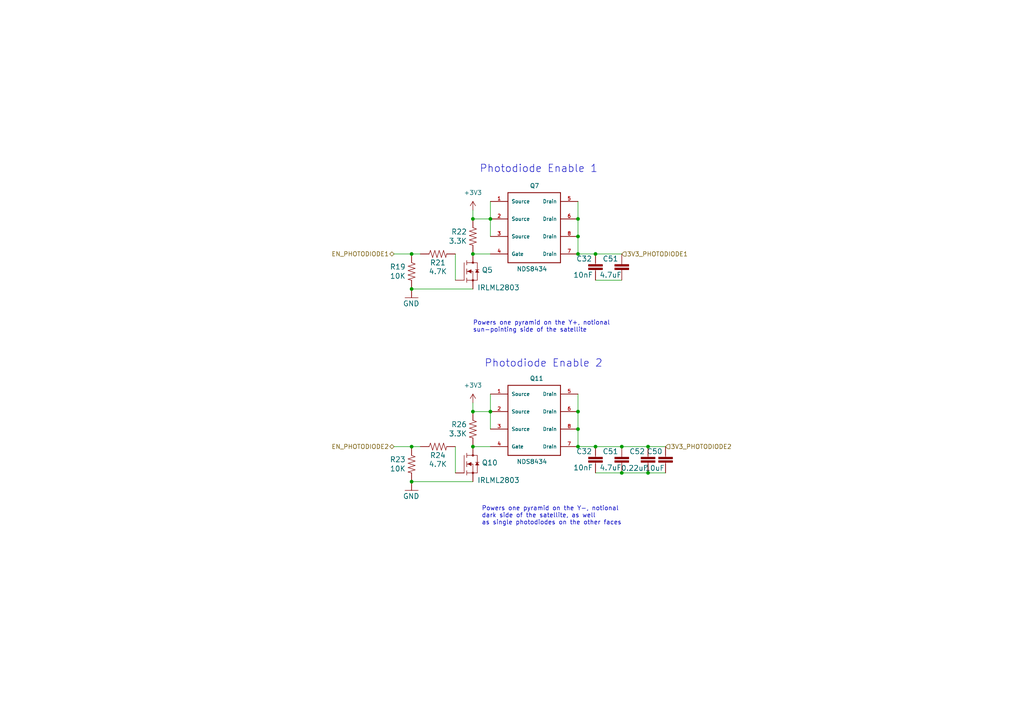
<source format=kicad_sch>
(kicad_sch (version 20230121) (generator eeschema)
  (paper "A4")
  (lib_symbols
    (symbol "mainboard:GND" (power) (pin_names (offset 1.016))
      (property "Value" "GND" (at -2.54 -2.54 0))
      (symbol "GND_1_0"
        (polyline (pts (xy -1.905 0) (xy 1.905 0)))
        (pin power_in line (at 0 2.54 270) (length 2.54) (name "GND") (number "1"))
      )
    )
    (symbol "mainboard:IRLML2803TRPBF" (pin_names (offset 1.016))
      (property "Reference" "Q" (at -11.43 1.27 0))
      (property "Value" "IRLML2803TRPBF" (at -11.43 3.81 0))
      (symbol "IRLML2803TRPBF_1_0"
        (polyline (pts (xy 0 2.54) (xy 0 -2.54)))
        (polyline (pts (xy 0.762 -2.54) (xy 0.762 -3.175)))
        (polyline (pts (xy 0.762 -1.905) (xy 0.762 -2.54)))
        (polyline (pts (xy 0.762 0) (xy 0.762 -0.762)))
        (polyline (pts (xy 0.762 0) (xy 2.54 0)))
        (polyline (pts (xy 0.762 0.762) (xy 0.762 0)))
        (polyline (pts (xy 0.762 2.54) (xy 0.762 1.905)))
        (polyline (pts (xy 0.762 2.54) (xy 3.81 2.54)))
        (polyline (pts (xy 0.762 3.175) (xy 0.762 2.54)))
        (polyline (pts (xy 2.54 -2.54) (xy 0.762 -2.54)))
        (polyline (pts (xy 2.54 -2.54) (xy 3.81 -2.54)))
        (polyline (pts (xy 2.54 0) (xy 2.54 -2.54)))
        (polyline (pts (xy 3.302 0.508) (xy 3.81 0.508)))
        (polyline (pts (xy 3.81 -0.508) (xy 3.81 -2.54)))
        (polyline (pts (xy 3.81 0.508) (xy 3.81 -0.508)))
        (polyline (pts (xy 3.81 0.508) (xy 4.318 0.508)))
        (polyline (pts (xy 3.81 2.54) (xy 3.81 0.508)))
        (polyline (pts (xy 1.016 0) (xy 2.032 0.508) (xy 2.032 -0.508)) (fill (type outline)))
        (polyline (pts (xy 3.81 0.508) (xy 3.302 -0.254) (xy 4.318 -0.254)) (fill (type outline)))
        (circle (center 2.54 -2.54) (radius 0.254))
        (circle (center 2.54 2.54) (radius 0.254))
        (pin passive line (at -2.54 -2.54 0) (length 2.54) (name "G") (number "1"))
        (pin passive line (at 2.54 -5.08 90) (length 2.54) (name "S") (number "2"))
        (pin passive line (at 2.54 5.08 270) (length 2.54) (name "D") (number "3"))
      )
    )
    (symbol "mainboard:NDS8434" (pin_names (offset 1.016))
      (symbol "NDS8434_0_0"
        (polyline (pts (xy -7.62 -10.16) (xy -7.62 10.16)) (stroke (width 0.254)))
        (polyline (pts (xy -7.62 10.16) (xy 7.62 10.16)) (stroke (width 0.254)))
        (polyline (pts (xy 7.62 -10.16) (xy -7.62 -10.16)) (stroke (width 0.254)))
        (polyline (pts (xy 7.62 10.16) (xy 7.62 -10.16)) (stroke (width 0.254)))
        (pin bidirectional line (at -12.7 7.62 0) (length 5.08) (name "Source") (number "1"))
        (pin bidirectional line (at -12.7 2.54 0) (length 5.08) (name "Source") (number "2"))
        (pin bidirectional line (at -12.7 -2.54 0) (length 5.08) (name "Source") (number "3"))
        (pin bidirectional line (at -12.7 -7.62 0) (length 5.08) (name "Gate") (number "4"))
        (pin bidirectional line (at 12.7 7.62 180) (length 5.08) (name "Drain") (number "5"))
        (pin bidirectional line (at 12.7 2.54 180) (length 5.08) (name "Drain") (number "6"))
        (pin bidirectional line (at 12.7 -7.62 180) (length 5.08) (name "Drain") (number "7"))
        (pin bidirectional line (at 12.7 -2.54 180) (length 5.08) (name "Drain") (number "8"))
      )
    )
    (symbol "mainboard:R-US_R0603" (pin_names (offset 1.016))
      (property "Reference" "R" (at -3.81 1.4986 0))
      (property "Value" "R-US_R0603" (at -3.81 -3.302 0))
      (symbol "R-US_R0603_1_0"
        (polyline (pts (xy -2.54 0) (xy -2.159 1.016)))
        (polyline (pts (xy -2.159 1.016) (xy -1.524 -1.016)))
        (polyline (pts (xy -1.524 -1.016) (xy -0.889 1.016)))
        (polyline (pts (xy -0.889 1.016) (xy -0.254 -1.016)))
        (polyline (pts (xy -0.254 -1.016) (xy 0.381 1.016)))
        (polyline (pts (xy 0.381 1.016) (xy 1.016 -1.016)))
        (polyline (pts (xy 1.016 -1.016) (xy 1.651 1.016)))
        (polyline (pts (xy 1.651 1.016) (xy 2.286 -1.016)))
        (polyline (pts (xy 2.286 -1.016) (xy 2.54 0)))
        (pin passive line (at -5.08 0 0) (length 2.54) (name "1") (number "1"))
        (pin passive line (at 5.08 0 180) (length 2.54) (name "2") (number "2"))
      )
    )
    (symbol "power:+3V3" (power) (pin_names (offset 0))
      (property "Value" "+3V3" (at 0 3.556 0))
      (symbol "+3V3_0_1"
        (polyline (pts (xy -0.762 1.27) (xy 0 2.54)))
        (polyline (pts (xy 0 0) (xy 0 2.54)))
        (polyline (pts (xy 0 2.54) (xy 0.762 1.27)))
      )
      (symbol "+3V3_1_1"
        (pin power_in line (at 0 0 90) (length 0) hide (name "+3V3") (number "1"))
      )
    )
    (symbol "pycubed_mainboard:10NF_10000PF-50V-10%(0603)" (pin_names (offset 1.016))
      (property "Reference" "C" (at 1.524 2.921 0))
      (property "Value" "10NF_10000PF-50V-10%(0603)" (at 1.524 -2.159 0))
      (symbol "10NF_10000PF-50V-10%(0603)_1_0"
        (rectangle (start -2.032 0.508) (end 2.032 1.016) (fill (type outline)))
        (rectangle (start -2.032 1.524) (end 2.032 2.032) (fill (type outline)))
        (polyline (pts (xy 0 0) (xy 0 0.508)))
        (polyline (pts (xy 0 2.54) (xy 0 2.032)))
        (pin passive line (at 0 5.08 270) (length 2.54) (name "1") (number "1"))
        (pin passive line (at 0 -2.54 90) (length 2.54) (name "2") (number "2"))
      )
    )
  )
  (junction (at 167.64 68.58))
  (junction (at 142.24 119.38))
  (junction (at 187.96 137.16))
  (junction (at 167.64 119.38))
  (junction (at 142.24 63.5))
  (junction (at 180.34 137.16))
  (junction (at 187.96 129.54))
  (junction (at 172.72 129.54))
  (junction (at 180.34 129.54))
  (junction (at 119.38 73.66))
  (junction (at 137.16 73.66))
  (junction (at 172.72 73.66))
  (junction (at 119.38 83.82))
  (junction (at 119.38 129.54))
  (junction (at 167.64 129.54))
  (junction (at 167.64 124.46))
  (junction (at 167.64 73.66))
  (junction (at 137.16 129.54))
  (junction (at 137.16 63.5))
  (junction (at 167.64 63.5))
  (junction (at 137.16 119.38))
  (junction (at 119.38 139.7))
  (wire (pts (xy 187.96 137.16) (xy 193.04 137.16)))
  (wire (pts (xy 137.16 63.5) (xy 137.16 60.96)))
  (wire (pts (xy 121.92 129.54) (xy 119.38 129.54)))
  (wire (pts (xy 167.64 129.54) (xy 172.72 129.54)))
  (wire (pts (xy 142.24 63.5) (xy 142.24 58.42)))
  (wire (pts (xy 121.92 73.66) (xy 119.38 73.66)))
  (wire (pts (xy 197.3326 73.6346) (xy 197.2564 73.6346)))
  (wire (pts (xy 172.72 129.54) (xy 180.34 129.54)))
  (wire (pts (xy 197.3326 73.6346) (xy 197.3326 73.66)))
  (wire (pts (xy 167.64 119.38) (xy 167.64 124.46)))
  (wire (pts (xy 180.34 129.54) (xy 187.96 129.54)))
  (wire (pts (xy 119.38 73.66) (xy 114.3 73.66)))
  (wire (pts (xy 142.24 119.38) (xy 142.24 114.3)))
  (wire (pts (xy 172.72 73.66) (xy 180.34 73.66)))
  (wire (pts (xy 142.24 124.46) (xy 142.24 119.38)))
  (wire (pts (xy 167.64 73.66) (xy 172.72 73.66)))
  (wire (pts (xy 180.34 137.16) (xy 187.96 137.16)))
  (wire (pts (xy 142.24 63.5) (xy 137.16 63.5)))
  (wire (pts (xy 167.64 124.46) (xy 167.64 129.54)))
  (wire (pts (xy 142.24 129.54) (xy 137.16 129.54)))
  (wire (pts (xy 137.16 139.7) (xy 119.38 139.7)))
  (wire (pts (xy 137.16 83.82) (xy 119.38 83.82)))
  (wire (pts (xy 187.96 129.54) (xy 193.04 129.54)))
  (wire (pts (xy 167.64 58.42) (xy 167.64 63.5)))
  (wire (pts (xy 119.38 129.54) (xy 114.3 129.54)))
  (wire (pts (xy 142.24 68.58) (xy 142.24 63.5)))
  (wire (pts (xy 137.16 119.38) (xy 137.16 116.84)))
  (wire (pts (xy 172.72 137.16) (xy 180.34 137.16)))
  (wire (pts (xy 167.64 68.58) (xy 167.64 73.66)))
  (wire (pts (xy 167.64 114.3) (xy 167.64 119.38)))
  (wire (pts (xy 167.64 63.5) (xy 167.64 68.58)))
  (wire (pts (xy 142.24 119.38) (xy 137.16 119.38)))
  (wire (pts (xy 132.08 137.16) (xy 132.08 129.54)))
  (wire (pts (xy 132.08 81.28) (xy 132.08 73.66)))
  (wire (pts (xy 142.24 73.66) (xy 137.16 73.66)))
  (wire (pts (xy 172.72 81.28) (xy 180.34 81.28)))
  (text "Photodiode Enable 1" (at 139.065 50.292 0) (effects (font (size 2.159 2.159)) (justify left bottom)))
  (text "Powers one pyramid on the Y+, notional\nsun-pointing side of the satellite\n" (at 137.16 96.52 0) (effects (font (size 1.27 1.27)) (justify left bottom)))
  (text "Photodiode Enable 2" (at 140.4874 106.7308 0) (effects (font (size 2.159 2.159)) (justify left bottom)))
  (text "Powers one pyramid on the Y-, notional \ndark side of the satellite, as well\nas single photodiodes on the other faces\n" (at 139.7 152.4 0) (effects (font (size 1.27 1.27)) (justify left bottom)))
  (hierarchical_label "EN_PHOTODIODE2" (shape bidirectional) (at 114.3 129.54 180))
  (hierarchical_label "3V3_PHOTODIODE2" (shape input) (at 193.04 129.54 0))
  (hierarchical_label "EN_PHOTODIODE1" (shape bidirectional) (at 114.3 73.66 180))
  (hierarchical_label "3V3_PHOTODIODE1" (shape input) (at 180.34 73.6854 0))
  (symbol (lib_id "mainboard:R-US_R0603") (at 127 129.54 0) (unit 1)
    (property "Reference" "R24" (at 127 132.08 0) (effects (font (size 1.4986 1.4986))))
    (property "Value" "4.7K" (at 127 134.62 0) (effects (font (size 1.4986 1.4986))))
    (property "Footprint" "Resistor_SMD:R_0603_1608Metric" (effects hide))
    (property "Description" "4.7K 0603" (effects hide))
    (instances (project "adcs-hardware" (path "" (reference "R24") (unit 1))) (project "mainboard" (path "" (reference "R22") (unit 1))))
  )
  (symbol (lib_id "mainboard:NDS8434") (at 154.94 121.92 0) (unit 1)
    (property "Reference" "Q11" (at 153.67 110.49 0) (effects (justify left bottom)))
    (property "Value" "NDS8434" (at 149.86 134.62 0) (effects (justify left bottom)))
    (property "Footprint" "mainboard:NDS8434" (effects hide))
    (property "Datasheet" "https://www.onsemi.com/pdf/datasheet/nds8434-d.pdf" (effects hide))
    (property "Description" "P-Channel MOSFET" (effects hide))
    (property "Flight" "NDS8434" (effects hide))
    (property "Manufacturer_Name" "ON Semiconductor" (effects hide))
    (property "Manufacturer_Part_Number" "NDS8434" (effects hide))
    (property "Proto" "DMP2022LSS-13" (effects hide))
    (instances (project "adcs-hardware" (path "" (reference "Q11") (unit 1))) (project "mainboard" (path "" (reference "Q22") (unit 1))))
  )
  (symbol (lib_id "pycubed_mainboard:10NF_10000PF-50V-10%(0603)") (at 172.72 134.62 0) (unit 1)
    (property "Reference" "C32" (at 167.132 130.937 0) (effects (font (size 1.4986 1.4986)) (justify left)))
    (property "Value" "10nF" (at 166.243 135.636 0) (effects (font (size 1.4986 1.4986)) (justify left)))
    (instances (project "adcs-hardware" (path "" (reference "C32") (unit 1)) (path "" (reference "C43") (unit 1))))
  )
  (symbol (lib_id "mainboard:R-US_R0603") (at 119.38 78.74 270) (unit 1)
    (property "Reference" "R19" (at 117.6782 77.3938 90) (effects (font (size 1.4986 1.4986)) (justify right)))
    (property "Value" "10K" (at 117.6782 80.0608 90) (effects (font (size 1.4986 1.4986)) (justify right)))
    (property "Footprint" "Resistor_SMD:R_0603_1608Metric" (effects hide))
    (property "Description" "10K 0603" (effects hide))
    (instances (project "adcs-hardware" (path "" (reference "R19") (unit 1))) (project "mainboard" (path "" (reference "R21") (unit 1))))
  )
  (symbol (lib_id "mainboard:NDS8434") (at 154.94 66.04 0) (unit 1)
    (property "Reference" "Q7" (at 153.67 54.61 0) (effects (justify left bottom)))
    (property "Value" "NDS8434" (at 149.86 78.74 0) (effects (justify left bottom)))
    (property "Footprint" "mainboard:NDS8434" (effects hide))
    (property "Datasheet" "https://www.onsemi.com/pdf/datasheet/nds8434-d.pdf" (effects hide))
    (property "Description" "P-Channel MOSFET" (effects hide))
    (property "Flight" "NDS8434" (effects hide))
    (property "Manufacturer_Name" "ON Semiconductor" (effects hide))
    (property "Manufacturer_Part_Number" "NDS8434" (effects hide))
    (property "Proto" "DMP2022LSS-13" (effects hide))
    (instances (project "adcs-hardware" (path "" (reference "Q7") (unit 1))) (project "mainboard" (path "" (reference "Q22") (unit 1))))
  )
  (symbol (lib_id "mainboard:R-US_R0603") (at 137.16 68.58 270) (unit 1)
    (property "Reference" "R22" (at 135.4582 67.2338 90) (effects (font (size 1.4986 1.4986)) (justify right)))
    (property "Value" "3.3K" (at 135.4582 69.9008 90) (effects (font (size 1.4986 1.4986)) (justify right)))
    (property "Footprint" "Resistor_SMD:R_0603_1608Metric" (effects hide))
    (property "Description" "3.3K 0603" (effects hide))
    (instances (project "adcs-hardware" (path "" (reference "R22") (unit 1))) (project "mainboard" (path "" (reference "R23") (unit 1))))
  )
  (symbol (lib_id "pycubed_mainboard:10NF_10000PF-50V-10%(0603)") (at 180.34 78.74 0) (unit 1)
    (property "Reference" "C51" (at 174.752 75.057 0) (effects (font (size 1.4986 1.4986)) (justify left)))
    (property "Value" "4.7uF" (at 173.863 79.756 0) (effects (font (size 1.4986 1.4986)) (justify left)))
    (instances (project "adcs-hardware" (path "" (reference "C51") (unit 1)) (path "" (reference "C40") (unit 1))))
  )
  (symbol (lib_id "power:+3V3") (at 137.16 116.84 0) (unit 1)
    (property "Reference" "#PWR046" (effects hide))
    (property "Value" "+3V3" (at 137.16 111.76 0))
  )
  (symbol (lib_id "pycubed_mainboard:10NF_10000PF-50V-10%(0603)") (at 187.96 134.62 0) (unit 1)
    (property "Reference" "C52" (at 182.499 130.937 0) (effects (font (size 1.4986 1.4986)) (justify left)))
    (property "Value" "0.22uF" (at 180.086 135.763 0) (effects (font (size 1.4986 1.4986)) (justify left)))
    (instances (project "adcs-hardware" (path "" (reference "C52") (unit 1)) (path "" (reference "C45") (unit 1))))
  )
  (symbol (lib_id "mainboard:IRLML2803TRPBF") (at 134.62 134.62 0) (unit 1)
    (property "Reference" "Q10" (at 139.7 133.35 0) (effects (font (size 1.4986 1.4986)) (justify left top)))
    (property "Value" "IRLML2803" (at 138.43 138.43 0) (effects (font (size 1.4986 1.4986)) (justify left top)))
    (property "Footprint" "mainboard:SOT-23" (effects hide))
    (property "Datasheet" "https://www.infineon.com/dgdl/irlml2803pbf.pdf?fileId=5546d462533600a4015356682aff260f" (effects hide))
    (property "Description" "Single N-Channel MOSFET" (effects hide))
    (property "Flight" "IRLML2803" (effects hide))
    (property "Manufacturer_Name" "Infineon Technologies" (effects hide))
    (property "Manufacturer_Part_Number" "IRLML2803TRPbF" (effects hide))
    (property "Proto" "2302" (effects hide))
    (instances (project "adcs-hardware" (path "" (reference "Q10") (unit 1))) (project "mainboard" (path "" (reference "Q1") (unit 1))))
  )
  (symbol (lib_id "mainboard:GND") (at 119.38 142.24 0) (unit 1)
    (property "Reference" "#GND019" (effects hide))
    (property "Value" "GND" (at 116.84 144.78 0) (effects (font (size 1.4986 1.4986)) (justify left bottom)))
    (instances (project "adcs-hardware" (path "" (reference "#GND019") (unit 1))) (project "mainboard" (path "" (reference "#GND020") (unit 1))))
  )
  (symbol (lib_id "mainboard:R-US_R0603") (at 137.16 124.46 270) (unit 1)
    (property "Reference" "R26" (at 135.4582 123.1138 90) (effects (font (size 1.4986 1.4986)) (justify right)))
    (property "Value" "3.3K" (at 135.4582 125.7808 90) (effects (font (size 1.4986 1.4986)) (justify right)))
    (property "Footprint" "Resistor_SMD:R_0603_1608Metric" (effects hide))
    (property "Description" "3.3K 0603" (effects hide))
    (instances (project "adcs-hardware" (path "" (reference "R26") (unit 1))) (project "mainboard" (path "" (reference "R23") (unit 1))))
  )
  (symbol (lib_id "mainboard:R-US_R0603") (at 127 73.66 0) (unit 1)
    (property "Reference" "R21" (at 127 76.2 0) (effects (font (size 1.4986 1.4986))))
    (property "Value" "4.7K" (at 127 78.74 0) (effects (font (size 1.4986 1.4986))))
    (property "Footprint" "Resistor_SMD:R_0603_1608Metric" (effects hide))
    (property "Description" "4.7K 0603" (effects hide))
    (instances (project "adcs-hardware" (path "" (reference "R21") (unit 1))) (project "mainboard" (path "" (reference "R22") (unit 1))))
  )
  (symbol (lib_id "pycubed_mainboard:10NF_10000PF-50V-10%(0603)") (at 193.04 134.62 0) (unit 1)
    (property "Reference" "C50" (at 187.579 130.937 0) (effects (font (size 1.4986 1.4986)) (justify left)))
    (property "Value" "10uF" (at 187.071 135.763 0) (effects (font (size 1.4986 1.4986)) (justify left)))
    (instances (project "adcs-hardware" (path "" (reference "C50") (unit 1)) (path "" (reference "C46") (unit 1))))
  )
  (symbol (lib_id "mainboard:GND") (at 119.38 86.36 0) (unit 1)
    (property "Reference" "#GND014" (effects hide))
    (property "Value" "GND" (at 116.84 88.9 0) (effects (font (size 1.4986 1.4986)) (justify left bottom)))
    (instances (project "adcs-hardware" (path "" (reference "#GND014") (unit 1))) (project "mainboard" (path "" (reference "#GND020") (unit 1))))
  )
  (symbol (lib_id "pycubed_mainboard:10NF_10000PF-50V-10%(0603)") (at 180.34 134.62 0) (unit 1)
    (property "Reference" "C51" (at 174.752 130.937 0) (effects (font (size 1.4986 1.4986)) (justify left)))
    (property "Value" "4.7uF" (at 173.863 135.636 0) (effects (font (size 1.4986 1.4986)) (justify left)))
    (instances (project "adcs-hardware" (path "" (reference "C51") (unit 1)) (path "" (reference "C44") (unit 1))))
  )
  (symbol (lib_id "pycubed_mainboard:10NF_10000PF-50V-10%(0603)") (at 172.72 78.74 0) (unit 1)
    (property "Reference" "C32" (at 167.132 75.057 0) (effects (font (size 1.4986 1.4986)) (justify left)))
    (property "Value" "10nF" (at 166.243 79.756 0) (effects (font (size 1.4986 1.4986)) (justify left)))
    (instances (project "adcs-hardware" (path "" (reference "C32") (unit 1)) (path "" (reference "C39") (unit 1))))
  )
  (symbol (lib_id "power:+3V3") (at 137.16 60.96 0) (unit 1)
    (property "Reference" "#PWR045" (effects hide))
    (property "Value" "+3V3" (at 137.16 55.88 0))
  )
  (symbol (lib_id "mainboard:IRLML2803TRPBF") (at 134.62 78.74 0) (unit 1)
    (property "Reference" "Q5" (at 139.7 77.47 0) (effects (font (size 1.4986 1.4986)) (justify left top)))
    (property "Value" "IRLML2803" (at 138.43 82.55 0) (effects (font (size 1.4986 1.4986)) (justify left top)))
    (property "Footprint" "mainboard:SOT-23" (effects hide))
    (property "Datasheet" "https://www.infineon.com/dgdl/irlml2803pbf.pdf?fileId=5546d462533600a4015356682aff260f" (effects hide))
    (property "Description" "Single N-Channel MOSFET" (effects hide))
    (property "Flight" "IRLML2803" (effects hide))
    (property "Manufacturer_Name" "Infineon Technologies" (effects hide))
    (property "Manufacturer_Part_Number" "IRLML2803TRPbF" (effects hide))
    (property "Proto" "2302" (effects hide))
    (instances (project "adcs-hardware" (path "" (reference "Q5") (unit 1))) (project "mainboard" (path "" (reference "Q1") (unit 1))))
  )
  (symbol (lib_id "mainboard:R-US_R0603") (at 119.38 134.62 270) (unit 1)
    (property "Reference" "R23" (at 117.6782 133.2738 90) (effects (font (size 1.4986 1.4986)) (justify right)))
    (property "Value" "10K" (at 117.6782 135.9408 90) (effects (font (size 1.4986 1.4986)) (justify right)))
    (property "Footprint" "Resistor_SMD:R_0603_1608Metric" (effects hide))
    (property "Description" "10K 0603" (effects hide))
    (instances (project "adcs-hardware" (path "" (reference "R23") (unit 1))) (project "mainboard" (path "" (reference "R21") (unit 1))))
  )
)
</source>
